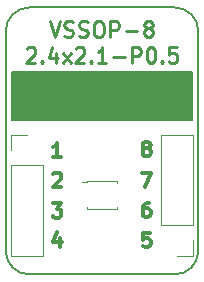
<source format=gbr>
G04 #@! TF.GenerationSoftware,KiCad,Pcbnew,5.1.6-c6e7f7d~86~ubuntu20.04.1*
G04 #@! TF.CreationDate,2020-05-17T01:16:20+03:00*
G04 #@! TF.ProjectId,BRK-VSSOP-8-2.4x2.1-P0.5,42524b2d-5653-4534-9f50-2d382d322e34,v1.1*
G04 #@! TF.SameCoordinates,Original*
G04 #@! TF.FileFunction,Legend,Top*
G04 #@! TF.FilePolarity,Positive*
%FSLAX46Y46*%
G04 Gerber Fmt 4.6, Leading zero omitted, Abs format (unit mm)*
G04 Created by KiCad (PCBNEW 5.1.6-c6e7f7d~86~ubuntu20.04.1) date 2020-05-17 01:16:20*
%MOMM*%
%LPD*%
G01*
G04 APERTURE LIST*
%ADD10C,0.300000*%
G04 #@! TA.AperFunction,Profile*
%ADD11C,0.150000*%
G04 #@! TD*
%ADD12C,0.150000*%
%ADD13C,0.250000*%
%ADD14C,0.120000*%
G04 APERTURE END LIST*
D10*
X55595000Y-67492857D02*
X55595000Y-68292857D01*
X55309285Y-67035714D02*
X55023571Y-67892857D01*
X55766428Y-67892857D01*
X63219285Y-67092857D02*
X62647857Y-67092857D01*
X62590714Y-67664285D01*
X62647857Y-67607142D01*
X62762142Y-67550000D01*
X63047857Y-67550000D01*
X63162142Y-67607142D01*
X63219285Y-67664285D01*
X63276428Y-67778571D01*
X63276428Y-68064285D01*
X63219285Y-68178571D01*
X63162142Y-68235714D01*
X63047857Y-68292857D01*
X62762142Y-68292857D01*
X62647857Y-68235714D01*
X62590714Y-68178571D01*
D11*
X53000000Y-70600000D02*
G75*
G02*
X51000000Y-68600000I0J2000000D01*
G01*
X67300000Y-68600000D02*
G75*
G02*
X65300000Y-70600000I-2000000J0D01*
G01*
X65300000Y-48000000D02*
G75*
G02*
X67300000Y-50000000I0J-2000000D01*
G01*
X51000000Y-50000000D02*
G75*
G02*
X53000000Y-48000000I2000000J0D01*
G01*
D10*
X63162142Y-64542857D02*
X62933571Y-64542857D01*
X62819285Y-64600000D01*
X62762142Y-64657142D01*
X62647857Y-64828571D01*
X62590714Y-65057142D01*
X62590714Y-65514285D01*
X62647857Y-65628571D01*
X62705000Y-65685714D01*
X62819285Y-65742857D01*
X63047857Y-65742857D01*
X63162142Y-65685714D01*
X63219285Y-65628571D01*
X63276428Y-65514285D01*
X63276428Y-65228571D01*
X63219285Y-65114285D01*
X63162142Y-65057142D01*
X63047857Y-65000000D01*
X62819285Y-65000000D01*
X62705000Y-65057142D01*
X62647857Y-65114285D01*
X62590714Y-65228571D01*
X62533571Y-62042857D02*
X63333571Y-62042857D01*
X62819285Y-63242857D01*
X62819285Y-59907142D02*
X62705000Y-59850000D01*
X62647857Y-59792857D01*
X62590714Y-59678571D01*
X62590714Y-59621428D01*
X62647857Y-59507142D01*
X62705000Y-59450000D01*
X62819285Y-59392857D01*
X63047857Y-59392857D01*
X63162142Y-59450000D01*
X63219285Y-59507142D01*
X63276428Y-59621428D01*
X63276428Y-59678571D01*
X63219285Y-59792857D01*
X63162142Y-59850000D01*
X63047857Y-59907142D01*
X62819285Y-59907142D01*
X62705000Y-59964285D01*
X62647857Y-60021428D01*
X62590714Y-60135714D01*
X62590714Y-60364285D01*
X62647857Y-60478571D01*
X62705000Y-60535714D01*
X62819285Y-60592857D01*
X63047857Y-60592857D01*
X63162142Y-60535714D01*
X63219285Y-60478571D01*
X63276428Y-60364285D01*
X63276428Y-60135714D01*
X63219285Y-60021428D01*
X63162142Y-59964285D01*
X63047857Y-59907142D01*
X54966428Y-64592857D02*
X55709285Y-64592857D01*
X55309285Y-65050000D01*
X55480714Y-65050000D01*
X55595000Y-65107142D01*
X55652142Y-65164285D01*
X55709285Y-65278571D01*
X55709285Y-65564285D01*
X55652142Y-65678571D01*
X55595000Y-65735714D01*
X55480714Y-65792857D01*
X55137857Y-65792857D01*
X55023571Y-65735714D01*
X54966428Y-65678571D01*
X55023571Y-62107142D02*
X55080714Y-62050000D01*
X55195000Y-61992857D01*
X55480714Y-61992857D01*
X55595000Y-62050000D01*
X55652142Y-62107142D01*
X55709285Y-62221428D01*
X55709285Y-62335714D01*
X55652142Y-62507142D01*
X54966428Y-63192857D01*
X55709285Y-63192857D01*
X55709285Y-60642857D02*
X55023571Y-60642857D01*
X55366428Y-60642857D02*
X55366428Y-59442857D01*
X55252142Y-59614285D01*
X55137857Y-59728571D01*
X55023571Y-59785714D01*
D11*
X65300000Y-70600000D02*
X53000000Y-70600000D01*
D12*
G36*
X66800000Y-57500000D02*
G01*
X51500000Y-57500000D01*
X51500000Y-53500000D01*
X66800000Y-53500000D01*
X66800000Y-57500000D01*
G37*
X66800000Y-57500000D02*
X51500000Y-57500000D01*
X51500000Y-53500000D01*
X66800000Y-53500000D01*
X66800000Y-57500000D01*
D11*
X67300000Y-50000000D02*
X67300000Y-68600000D01*
D13*
X54723809Y-49188095D02*
X55157142Y-50488095D01*
X55590476Y-49188095D01*
X55961904Y-50426190D02*
X56147619Y-50488095D01*
X56457142Y-50488095D01*
X56580952Y-50426190D01*
X56642857Y-50364285D01*
X56704761Y-50240476D01*
X56704761Y-50116666D01*
X56642857Y-49992857D01*
X56580952Y-49930952D01*
X56457142Y-49869047D01*
X56209523Y-49807142D01*
X56085714Y-49745238D01*
X56023809Y-49683333D01*
X55961904Y-49559523D01*
X55961904Y-49435714D01*
X56023809Y-49311904D01*
X56085714Y-49250000D01*
X56209523Y-49188095D01*
X56519047Y-49188095D01*
X56704761Y-49250000D01*
X57200000Y-50426190D02*
X57385714Y-50488095D01*
X57695238Y-50488095D01*
X57819047Y-50426190D01*
X57880952Y-50364285D01*
X57942857Y-50240476D01*
X57942857Y-50116666D01*
X57880952Y-49992857D01*
X57819047Y-49930952D01*
X57695238Y-49869047D01*
X57447619Y-49807142D01*
X57323809Y-49745238D01*
X57261904Y-49683333D01*
X57200000Y-49559523D01*
X57200000Y-49435714D01*
X57261904Y-49311904D01*
X57323809Y-49250000D01*
X57447619Y-49188095D01*
X57757142Y-49188095D01*
X57942857Y-49250000D01*
X58747619Y-49188095D02*
X58995238Y-49188095D01*
X59119047Y-49250000D01*
X59242857Y-49373809D01*
X59304761Y-49621428D01*
X59304761Y-50054761D01*
X59242857Y-50302380D01*
X59119047Y-50426190D01*
X58995238Y-50488095D01*
X58747619Y-50488095D01*
X58623809Y-50426190D01*
X58500000Y-50302380D01*
X58438095Y-50054761D01*
X58438095Y-49621428D01*
X58500000Y-49373809D01*
X58623809Y-49250000D01*
X58747619Y-49188095D01*
X59861904Y-50488095D02*
X59861904Y-49188095D01*
X60357142Y-49188095D01*
X60480952Y-49250000D01*
X60542857Y-49311904D01*
X60604761Y-49435714D01*
X60604761Y-49621428D01*
X60542857Y-49745238D01*
X60480952Y-49807142D01*
X60357142Y-49869047D01*
X59861904Y-49869047D01*
X61161904Y-49992857D02*
X62152380Y-49992857D01*
X62957142Y-49745238D02*
X62833333Y-49683333D01*
X62771428Y-49621428D01*
X62709523Y-49497619D01*
X62709523Y-49435714D01*
X62771428Y-49311904D01*
X62833333Y-49250000D01*
X62957142Y-49188095D01*
X63204761Y-49188095D01*
X63328571Y-49250000D01*
X63390476Y-49311904D01*
X63452380Y-49435714D01*
X63452380Y-49497619D01*
X63390476Y-49621428D01*
X63328571Y-49683333D01*
X63204761Y-49745238D01*
X62957142Y-49745238D01*
X62833333Y-49807142D01*
X62771428Y-49869047D01*
X62709523Y-49992857D01*
X62709523Y-50240476D01*
X62771428Y-50364285D01*
X62833333Y-50426190D01*
X62957142Y-50488095D01*
X63204761Y-50488095D01*
X63328571Y-50426190D01*
X63390476Y-50364285D01*
X63452380Y-50240476D01*
X63452380Y-49992857D01*
X63390476Y-49869047D01*
X63328571Y-49807142D01*
X63204761Y-49745238D01*
X52773809Y-51511904D02*
X52835714Y-51450000D01*
X52959523Y-51388095D01*
X53269047Y-51388095D01*
X53392857Y-51450000D01*
X53454761Y-51511904D01*
X53516666Y-51635714D01*
X53516666Y-51759523D01*
X53454761Y-51945238D01*
X52711904Y-52688095D01*
X53516666Y-52688095D01*
X54073809Y-52564285D02*
X54135714Y-52626190D01*
X54073809Y-52688095D01*
X54011904Y-52626190D01*
X54073809Y-52564285D01*
X54073809Y-52688095D01*
X55250000Y-51821428D02*
X55250000Y-52688095D01*
X54940476Y-51326190D02*
X54630952Y-52254761D01*
X55435714Y-52254761D01*
X55807142Y-52688095D02*
X56488095Y-51821428D01*
X55807142Y-51821428D02*
X56488095Y-52688095D01*
X56921428Y-51511904D02*
X56983333Y-51450000D01*
X57107142Y-51388095D01*
X57416666Y-51388095D01*
X57540476Y-51450000D01*
X57602380Y-51511904D01*
X57664285Y-51635714D01*
X57664285Y-51759523D01*
X57602380Y-51945238D01*
X56859523Y-52688095D01*
X57664285Y-52688095D01*
X58221428Y-52564285D02*
X58283333Y-52626190D01*
X58221428Y-52688095D01*
X58159523Y-52626190D01*
X58221428Y-52564285D01*
X58221428Y-52688095D01*
X59521428Y-52688095D02*
X58778571Y-52688095D01*
X59150000Y-52688095D02*
X59150000Y-51388095D01*
X59026190Y-51573809D01*
X58902380Y-51697619D01*
X58778571Y-51759523D01*
X60078571Y-52192857D02*
X61069047Y-52192857D01*
X61688095Y-52688095D02*
X61688095Y-51388095D01*
X62183333Y-51388095D01*
X62307142Y-51450000D01*
X62369047Y-51511904D01*
X62430952Y-51635714D01*
X62430952Y-51821428D01*
X62369047Y-51945238D01*
X62307142Y-52007142D01*
X62183333Y-52069047D01*
X61688095Y-52069047D01*
X63235714Y-51388095D02*
X63359523Y-51388095D01*
X63483333Y-51450000D01*
X63545238Y-51511904D01*
X63607142Y-51635714D01*
X63669047Y-51883333D01*
X63669047Y-52192857D01*
X63607142Y-52440476D01*
X63545238Y-52564285D01*
X63483333Y-52626190D01*
X63359523Y-52688095D01*
X63235714Y-52688095D01*
X63111904Y-52626190D01*
X63050000Y-52564285D01*
X62988095Y-52440476D01*
X62926190Y-52192857D01*
X62926190Y-51883333D01*
X62988095Y-51635714D01*
X63050000Y-51511904D01*
X63111904Y-51450000D01*
X63235714Y-51388095D01*
X64226190Y-52564285D02*
X64288095Y-52626190D01*
X64226190Y-52688095D01*
X64164285Y-52626190D01*
X64226190Y-52564285D01*
X64226190Y-52688095D01*
X65464285Y-51388095D02*
X64845238Y-51388095D01*
X64783333Y-52007142D01*
X64845238Y-51945238D01*
X64969047Y-51883333D01*
X65278571Y-51883333D01*
X65402380Y-51945238D01*
X65464285Y-52007142D01*
X65526190Y-52130952D01*
X65526190Y-52440476D01*
X65464285Y-52564285D01*
X65402380Y-52626190D01*
X65278571Y-52688095D01*
X64969047Y-52688095D01*
X64845238Y-52626190D01*
X64783333Y-52564285D01*
D11*
X53000000Y-48000000D02*
X65300000Y-48000000D01*
X51000000Y-68600000D02*
X51000000Y-50000000D01*
D14*
X66830000Y-58770000D02*
X64170000Y-58770000D01*
X66830000Y-66450000D02*
X66830000Y-58770000D01*
X64170000Y-66450000D02*
X64170000Y-58770000D01*
X66830000Y-66450000D02*
X64170000Y-66450000D01*
X66830000Y-67720000D02*
X66830000Y-69050000D01*
X66830000Y-69050000D02*
X65500000Y-69050000D01*
X51470000Y-69050000D02*
X54130000Y-69050000D01*
X51470000Y-61370000D02*
X51470000Y-69050000D01*
X54130000Y-61370000D02*
X54130000Y-69050000D01*
X51470000Y-61370000D02*
X54130000Y-61370000D01*
X51470000Y-60100000D02*
X51470000Y-58770000D01*
X51470000Y-58770000D02*
X52800000Y-58770000D01*
X57850000Y-65070000D02*
X57850000Y-64870000D01*
X57850000Y-62770000D02*
X57450000Y-62770000D01*
X57850000Y-62670000D02*
X57850000Y-62770000D01*
X60450000Y-62670000D02*
X57850000Y-62670000D01*
X60450000Y-62870000D02*
X60450000Y-62670000D01*
X60450000Y-65070000D02*
X60450000Y-64870000D01*
X57850000Y-65070000D02*
X60450000Y-65070000D01*
M02*

</source>
